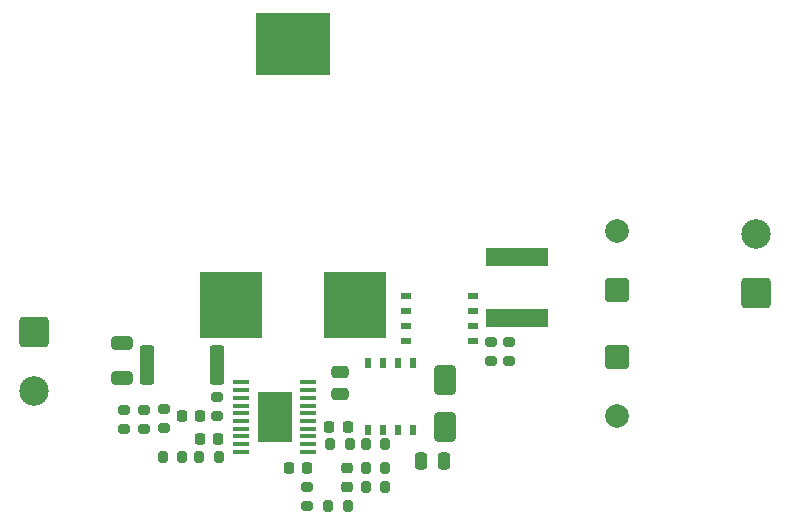
<source format=gbr>
%TF.GenerationSoftware,KiCad,Pcbnew,9.0.6*%
%TF.CreationDate,2026-01-21T08:09:24+01:00*%
%TF.ProjectId,Boost converter,426f6f73-7420-4636-9f6e-766572746572,rev?*%
%TF.SameCoordinates,Original*%
%TF.FileFunction,Soldermask,Top*%
%TF.FilePolarity,Negative*%
%FSLAX46Y46*%
G04 Gerber Fmt 4.6, Leading zero omitted, Abs format (unit mm)*
G04 Created by KiCad (PCBNEW 9.0.6) date 2026-01-21 08:09:24*
%MOMM*%
%LPD*%
G01*
G04 APERTURE LIST*
G04 Aperture macros list*
%AMRoundRect*
0 Rectangle with rounded corners*
0 $1 Rounding radius*
0 $2 $3 $4 $5 $6 $7 $8 $9 X,Y pos of 4 corners*
0 Add a 4 corners polygon primitive as box body*
4,1,4,$2,$3,$4,$5,$6,$7,$8,$9,$2,$3,0*
0 Add four circle primitives for the rounded corners*
1,1,$1+$1,$2,$3*
1,1,$1+$1,$4,$5*
1,1,$1+$1,$6,$7*
1,1,$1+$1,$8,$9*
0 Add four rect primitives between the rounded corners*
20,1,$1+$1,$2,$3,$4,$5,0*
20,1,$1+$1,$4,$5,$6,$7,0*
20,1,$1+$1,$6,$7,$8,$9,0*
20,1,$1+$1,$8,$9,$2,$3,0*%
G04 Aperture macros list end*
%ADD10RoundRect,0.200000X0.200000X0.275000X-0.200000X0.275000X-0.200000X-0.275000X0.200000X-0.275000X0*%
%ADD11RoundRect,0.250000X1.000000X-1.000000X1.000000X1.000000X-1.000000X1.000000X-1.000000X-1.000000X0*%
%ADD12C,2.500000*%
%ADD13RoundRect,0.200000X-0.200000X-0.275000X0.200000X-0.275000X0.200000X0.275000X-0.200000X0.275000X0*%
%ADD14RoundRect,0.250000X-0.362500X-1.425000X0.362500X-1.425000X0.362500X1.425000X-0.362500X1.425000X0*%
%ADD15R,0.860001X0.509999*%
%ADD16RoundRect,0.200000X-0.275000X0.200000X-0.275000X-0.200000X0.275000X-0.200000X0.275000X0.200000X0*%
%ADD17RoundRect,0.225000X-0.225000X-0.250000X0.225000X-0.250000X0.225000X0.250000X-0.225000X0.250000X0*%
%ADD18RoundRect,0.250000X0.650000X-0.325000X0.650000X0.325000X-0.650000X0.325000X-0.650000X-0.325000X0*%
%ADD19RoundRect,0.250000X-0.475000X0.250000X-0.475000X-0.250000X0.475000X-0.250000X0.475000X0.250000X0*%
%ADD20RoundRect,0.250000X0.750000X-0.750000X0.750000X0.750000X-0.750000X0.750000X-0.750000X-0.750000X0*%
%ADD21C,2.000000*%
%ADD22RoundRect,0.200000X0.275000X-0.200000X0.275000X0.200000X-0.275000X0.200000X-0.275000X-0.200000X0*%
%ADD23R,1.422400X0.355600*%
%ADD24R,2.997200X4.191000*%
%ADD25RoundRect,0.250000X-0.750000X0.750000X-0.750000X-0.750000X0.750000X-0.750000X0.750000X0.750000X0*%
%ADD26RoundRect,0.225000X0.225000X0.250000X-0.225000X0.250000X-0.225000X-0.250000X0.225000X-0.250000X0*%
%ADD27RoundRect,0.250000X0.250000X0.475000X-0.250000X0.475000X-0.250000X-0.475000X0.250000X-0.475000X0*%
%ADD28R,0.509999X0.860001*%
%ADD29RoundRect,0.250000X-0.650000X1.000000X-0.650000X-1.000000X0.650000X-1.000000X0.650000X1.000000X0*%
%ADD30R,5.308600X1.625600*%
%ADD31RoundRect,0.225000X0.250000X-0.225000X0.250000X0.225000X-0.250000X0.225000X-0.250000X-0.225000X0*%
%ADD32RoundRect,0.250000X-1.000000X1.000000X-1.000000X-1.000000X1.000000X-1.000000X1.000000X1.000000X0*%
%ADD33R,5.334000X5.588000*%
%ADD34R,6.350000X5.283200*%
G04 APERTURE END LIST*
D10*
%TO.C,R14*%
X176225000Y-150600000D03*
X174575000Y-150600000D03*
%TD*%
D11*
%TO.C,J2*%
X207567500Y-134200000D03*
D12*
X207567500Y-129200000D03*
%TD*%
D13*
%TO.C,R13*%
X174575000Y-149000000D03*
X176225000Y-149000000D03*
%TD*%
D14*
%TO.C,R5*%
X156037500Y-140250000D03*
X161962500Y-140250000D03*
%TD*%
D13*
%TO.C,R11*%
X171375000Y-152200000D03*
X173025000Y-152200000D03*
%TD*%
D15*
%TO.C,2*%
X183600000Y-138200000D03*
X183600000Y-136930000D03*
X183600000Y-135660000D03*
X183600000Y-134390000D03*
X177960002Y-134390000D03*
X177960002Y-135660000D03*
X177960002Y-136930000D03*
X177960002Y-138200000D03*
%TD*%
D16*
%TO.C,R9*%
X169600000Y-150575000D03*
X169600000Y-152225000D03*
%TD*%
D17*
%TO.C,C3*%
X160525000Y-146500000D03*
X162075000Y-146500000D03*
%TD*%
D16*
%TO.C,R3*%
X154100000Y-144075000D03*
X154100000Y-145725000D03*
%TD*%
D18*
%TO.C,C1*%
X153900000Y-141375000D03*
X153900000Y-138425000D03*
%TD*%
D13*
%TO.C,R7*%
X160475000Y-148100000D03*
X162125000Y-148100000D03*
%TD*%
D19*
%TO.C,C4*%
X172400000Y-140850000D03*
X172400000Y-142750000D03*
%TD*%
D16*
%TO.C,R15*%
X185170000Y-138300000D03*
X185170000Y-139950000D03*
%TD*%
D13*
%TO.C,R6*%
X157375000Y-148100000D03*
X159025000Y-148100000D03*
%TD*%
D20*
%TO.C,C9*%
X195800000Y-133900000D03*
D21*
X195800000Y-128900000D03*
%TD*%
D13*
%TO.C,R8*%
X171550000Y-147000000D03*
X173200000Y-147000000D03*
%TD*%
%TO.C,R10*%
X174575000Y-147000000D03*
X176225000Y-147000000D03*
%TD*%
D22*
%TO.C,R2*%
X155800000Y-145725000D03*
X155800000Y-144075000D03*
%TD*%
D16*
%TO.C,R4*%
X162000000Y-142975000D03*
X162000000Y-144625000D03*
%TD*%
D17*
%TO.C,C5*%
X171475000Y-145500000D03*
X173025000Y-145500000D03*
%TD*%
D23*
%TO.C,U1*%
X164000000Y-141750000D03*
X164000000Y-142400001D03*
X164000000Y-143049999D03*
X164000000Y-143700001D03*
X164000000Y-144349999D03*
X164000000Y-144999998D03*
X164000000Y-145649999D03*
X164000000Y-146299998D03*
X164000000Y-146949999D03*
X164000000Y-147599998D03*
X169689600Y-147600000D03*
X169689600Y-146950002D03*
X169689600Y-146300001D03*
X169689600Y-145650002D03*
X169689600Y-145000001D03*
X169689600Y-144350002D03*
X169689600Y-143700001D03*
X169689600Y-143050002D03*
X169689600Y-142400001D03*
X169689600Y-141750002D03*
D24*
X166844800Y-144675000D03*
%TD*%
D25*
%TO.C,C10*%
X195800000Y-139600000D03*
D21*
X195800000Y-144600000D03*
%TD*%
D26*
%TO.C,C6*%
X169600000Y-149000000D03*
X168050000Y-149000000D03*
%TD*%
D17*
%TO.C,C2*%
X158975000Y-144600000D03*
X160525000Y-144600000D03*
%TD*%
D27*
%TO.C,C8*%
X181150000Y-148400000D03*
X179250000Y-148400000D03*
%TD*%
D28*
%TO.C,1*%
X174730000Y-145750000D03*
X176000000Y-145750000D03*
X177270000Y-145750000D03*
X178540000Y-145750000D03*
X178540000Y-140110002D03*
X177270000Y-140110002D03*
X176000000Y-140110002D03*
X174730000Y-140110002D03*
%TD*%
D16*
%TO.C,R12*%
X186700000Y-138300000D03*
X186700000Y-139950000D03*
%TD*%
D29*
%TO.C,D1*%
X181250000Y-141500000D03*
X181250000Y-145500000D03*
%TD*%
D30*
%TO.C,C11*%
X187400000Y-136290800D03*
X187400000Y-131109200D03*
%TD*%
D16*
%TO.C,R1*%
X157500000Y-143975000D03*
X157500000Y-145625000D03*
%TD*%
D31*
%TO.C,C7*%
X173000000Y-150575000D03*
X173000000Y-149025000D03*
%TD*%
D32*
%TO.C,J1*%
X146432500Y-137500000D03*
D12*
X146432500Y-142500000D03*
%TD*%
D33*
%TO.C,L1*%
X163184999Y-135161301D03*
X173614998Y-135161301D03*
D34*
X168400000Y-113086300D03*
%TD*%
M02*

</source>
